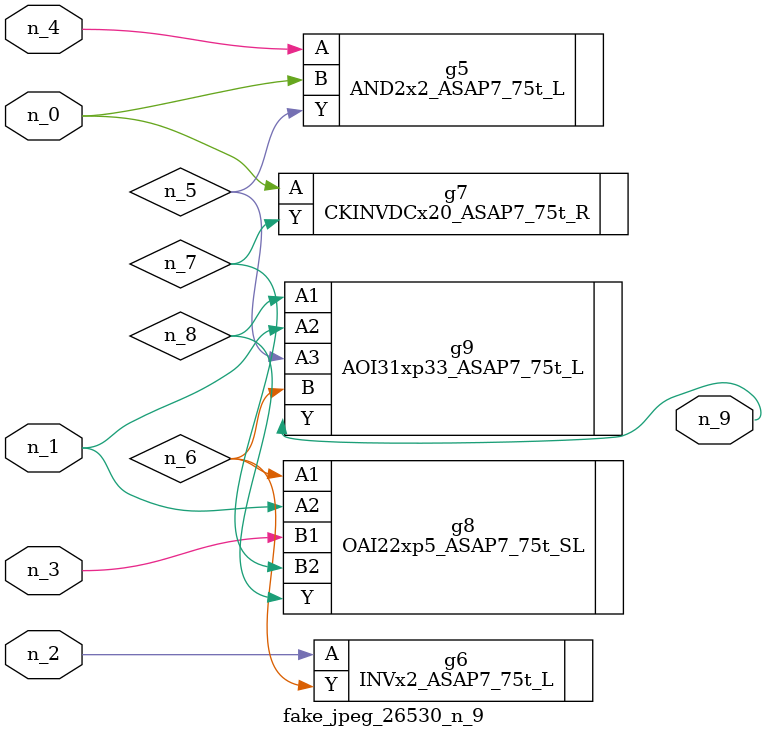
<source format=v>
module fake_jpeg_26530_n_9 (n_3, n_2, n_1, n_0, n_4, n_9);

input n_3;
input n_2;
input n_1;
input n_0;
input n_4;

output n_9;

wire n_8;
wire n_6;
wire n_5;
wire n_7;

AND2x2_ASAP7_75t_L g5 ( 
.A(n_4),
.B(n_0),
.Y(n_5)
);

INVx2_ASAP7_75t_L g6 ( 
.A(n_2),
.Y(n_6)
);

CKINVDCx20_ASAP7_75t_R g7 ( 
.A(n_0),
.Y(n_7)
);

OAI22xp5_ASAP7_75t_SL g8 ( 
.A1(n_6),
.A2(n_1),
.B1(n_3),
.B2(n_7),
.Y(n_8)
);

AOI31xp33_ASAP7_75t_L g9 ( 
.A1(n_8),
.A2(n_1),
.A3(n_5),
.B(n_6),
.Y(n_9)
);


endmodule
</source>
